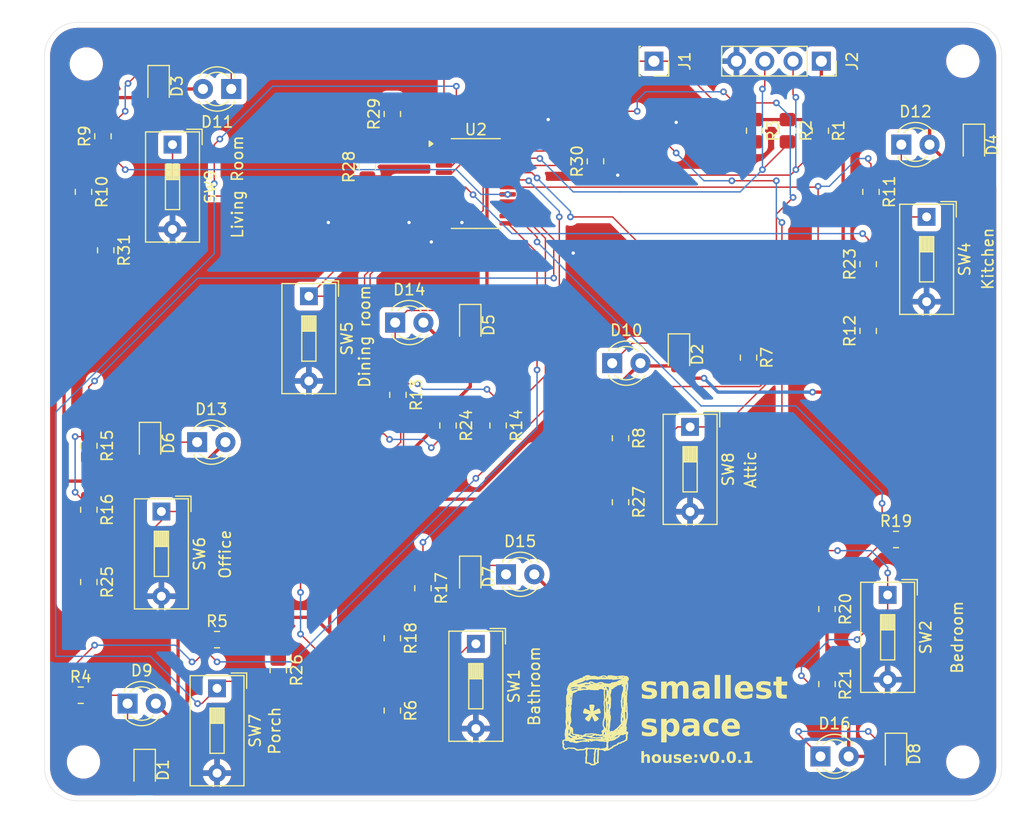
<source format=kicad_pcb>
(kicad_pcb (version 20240108) (generator "pcbnew") (generator_version "8.0")
  (layers (0 "F.Cu" signal "Front") (1 "In1.Cu" signal) (2 "In2.Cu" signal) (31 "B.Cu" signal "Back") (34 "B.Paste" user) (35 "F.Paste" user) (36 "B.SilkS" user "B.Silkscreen") (37 "F.SilkS" user "F.Silkscreen") (38 "B.Mask" user) (39 "F.Mask" user) (44 "Edge.Cuts" user))
  (net 0 "")
  (net 1 "/INT")
  (net 2 "/SCL")
  (net 3 "+3.3V")
  (net 4 "/SDA")
  (net 5 "GND")
  (net 6 "Net-(U2-P00)")
  (net 7 "Net-(D10-K)")
  (net 8 "Net-(U2-P03)")
  (net 9 "Net-(U2-P11)")
  (net 10 "Net-(D11-K)")
  (net 11 "Net-(U2-P02)")
  (net 12 "Net-(D12-K)")
  (net 13 "Net-(U2-P05)")
  (net 14 "Net-(U2-P04)")
  (net 15 "Net-(D1-K)")
  (net 16 "Net-(U2-P01)")
  (net 17 "Net-(U2-P07)")
  (net 18 "Net-(D14-K)")
  (net 19 "Net-(U2-P06)")
  (net 20 "Net-(U2-P10)")
  (net 21 "Net-(D13-K)")
  (net 22 "Net-(U2-P13)")
  (net 23 "Net-(U2-P12)")
  (net 24 "Net-(D15-K)")
  (net 25 "Net-(U2-P15)")
  (net 26 "Net-(U2-P14)")
  (net 27 "Net-(U2-P17)")
  (net 28 "Net-(D16-K)")
  (net 29 "Net-(U2-P16)")
  (net 30 "Net-(U2-A2)")
  (net 31 "Net-(U2-A1)")
  (net 32 "Net-(U2-A0)")
  (footprint "LED_SMD:LED_0805_2012Metric_Pad1.15x1.40mm_HandSolder" (layer "F.Cu") (at 71.75 63.25 -90)
    (property "Reference" "D3")
    (property "Value" "Living Room")
  )
  (footprint "Resistor_SMD:R_0805_2012Metric_Pad1.20x1.40mm_HandSolder" (layer "F.Cu") (at 111 70 90)
    (property "Reference" "R30")
    (property "Value" "10KΩ")
  )
  (footprint "Button_Switch_THT:SW_DIP_SPSTx01_Slide_9.78x4.72mm_W7.62mm_P2.54mm" (layer "F.Cu") (at 140.75 75 -90)
    (property "Reference" "SW4")
    (property "Value" "Kitchen")
  )
  (footprint "Resistor_SMD:R_0805_2012Metric_Pad1.20x1.40mm_HandSolder" (layer "F.Cu") (at 90.5 70.5 90)
    (property "Reference" "R28")
    (property "Value" "10KΩ")
  )
  (footprint "Button_Switch_THT:SW_DIP_SPSTx01_Slide_9.78x4.72mm_W7.62mm_P2.54mm" (layer "F.Cu") (at 77 117.38 -90)
    (property "Reference" "SW7")
    (property "Value" "Porch")
  )
  (footprint "Resistor_SMD:R_0805_2012Metric_Pad1.20x1.40mm_HandSolder" (layer "F.Cu") (at 92.75 65.75 90)
    (property "Reference" "R29")
    (property "Value" "10KΩ")
  )
  (footprint "smallest-space-graphics-footprint:smallest_space_1" (layer "F.Cu") (at 111 120.25)
    (property "Reference" "G***" (hide yes))
    (property "Value" "LOGO" (hide yes))
  )
  (footprint "Resistor_SMD:R_0805_2012Metric_Pad1.20x1.40mm_HandSolder" (layer "F.Cu") (at 102.25 93.75 -90)
    (property "Reference" "R14")
    (property "Value" "100KΩ")
  )
  (footprint "LED_THT:LED_D3.0mm" (layer "F.Cu") (at 75.21 95.25)
    (property "Reference" "D13")
    (property "Value" "LED")
  )
  (footprint "Resistor_SMD:R_0805_2012Metric_Pad1.20x1.40mm_HandSolder" (layer "F.Cu") (at 131.8 117 -90)
    (property "Reference" "R21")
    (property "Value" "100KΩ")
  )
  (footprint "Connector_PinSocket_2.54mm:PinSocket_1x04_P2.54mm_Vertical" (layer "F.Cu") (at 131.29 61 -90)
    (property "Reference" "J2")
    (property "Value" "Conn_01x04")
  )
  (footprint "LED_SMD:LED_0805_2012Metric_Pad1.15x1.40mm_HandSolder" (layer "F.Cu") (at 99.75 107.355 -90)
    (property "Reference" "D7")
    (property "Value" "Bathroom")
  )
  (footprint "Button_Switch_THT:SW_DIP_SPSTx01_Slide_9.78x4.72mm_W7.62mm_P2.54mm" (layer "F.Cu") (at 137.25 108.9825 -90)
    (property "Reference" "SW2")
    (property "Value" "Bedroom")
  )
  (footprint "Resistor_SMD:R_0805_2012Metric_Pad1.20x1.40mm_HandSolder" (layer "F.Cu") (at 65.48 107.8275 -90)
    (property "Reference" "R25")
    (property "Value" "100KΩ")
  )
  (footprint "Resistor_SMD:R_0805_2012Metric_Pad1.20x1.40mm_HandSolder" (layer "F.Cu") (at 92.75 112.88 -90)
    (property "Reference" "R18")
    (property "Value" "100KΩ")
  )
  (footprint "LED_THT:LED_D3.0mm" (layer "F.Cu") (at 68.96 118.75)
    (property "Reference" "D9")
    (property "Value" "LED")
  )
  (footprint "Button_Switch_THT:SW_DIP_SPSTx01_Slide_9.78x4.72mm_W7.62mm_P2.54mm" (layer "F.Cu") (at 85.25 82.13 -90)
    (property "Reference" "SW5")
    (property "Value" "Dining room")
  )
  (footprint "Resistor_SMD:R_0805_2012Metric_Pad1.20x1.40mm_HandSolder" (layer "F.Cu") (at 131.2 67.25 -90)
    (property "Reference" "R1")
    (property "Value" "10KΩ")
  )
  (footprint "MountingHole:MountingHole_2.5mm" (layer "F.Cu") (at 144 61 -90)
    (property "Reference" "H2" (hide yes))
    (property "Value" "MountingHole")
  )
  (footprint "Resistor_SMD:R_0805_2012Metric_Pad1.20x1.40mm_HandSolder" (layer "F.Cu") (at 113.25 100.6475 -90)
    (property "Reference" "R27")
    (property "Value" "100KΩ")
  )
  (footprint "Resistor_SMD:R_0805_2012Metric_Pad1.20x1.40mm_HandSolder" (layer "F.Cu") (at 131.8 110.25 -90)
    (property "Reference" "R20")
    (property "Value" "100KΩ")
  )
  (footprint "Resistor_SMD:R_0805_2012Metric_Pad1.20x1.40mm_HandSolder" (layer "F.Cu") (at 92.75 119.38 -90)
    (property "Reference" "R6")
    (property "Value" "100KΩ")
  )
  (footprint "LED_SMD:LED_0805_2012Metric_Pad1.15x1.40mm_HandSolder" (layer "F.Cu") (at 99.75 84.725 -90)
    (property "Reference" "D5")
    (property "Value" "Dining Room")
  )
  (footprint "Resistor_SMD:R_0805_2012Metric_Pad1.20x1.40mm_HandSolder" (layer "F.Cu") (at 64.75 118)
    (property "Reference" "R4")
    (property "Value" "100Ω")
  )
  (footprint "LED_THT:LED_D3.0mm" (layer "F.Cu") (at 102.96 107.13)
    (property "Reference" "D15")
    (property "Value" "LED")
  )
  (footprint "Resistor_SMD:R_0805_2012Metric_Pad1.20x1.40mm_HandSolder" (layer "F.Cu") (at 65.48 101.3275 -90)
    (property "Reference" "R16")
    (property "Value" "100KΩ")
  )
  (footprint "Resistor_SMD:R_0805_2012Metric_Pad1.20x1.40mm_HandSolder" (layer "F.Cu") (at 128.25 67.25 -90)
    (property "Reference" "R2")
    (property "Value" "10KΩ")
  )
  (footprint "Resistor_SMD:R_0805_2012Metric_Pad1.20x1.40mm_HandSolder" (layer "F.Cu") (at 135.5 85.25 90)
    (property "Reference" "R12")
    (property "Value" "100KΩ")
  )
  (footprint "Resistor_SMD:R_0805_2012Metric_Pad1.20x1.40mm_HandSolder" (layer "F.Cu") (at 138 104)
    (property "Reference" "R19")
    (property "Value" "100Ω")
  )
  (footprint "Button_Switch_THT:SW_DIP_SPSTx01_Slide_9.78x4.72mm_W7.62mm_P2.54mm" (layer "F.Cu") (at 72 101.4825 -90)
    (property "Reference" "SW6")
    (property "Value" "Office")
  )
  (footprint "Resistor_SMD:R_0805_2012Metric_Pad1.20x1.40mm_HandSolder" (layer "F.Cu") (at 65 72.75 -90)
    (property "Reference" "R10")
    (property "Value" "100KΩ")
  )
  (footprint "Package_SO:TSSOP-24_4.4x7.8mm_P0.65mm" (layer "F.Cu") (at 100.25 72)
    (property "Reference" "U2")
    (property "Value" "TCA9535PWR")
  )
  (footprint "MountingHole:MountingHole_2.5mm" (layer "F.Cu") (at 65 124 -90)
    (property "Reference" "H4" (hide yes))
    (property "Value" "MountingHole")
  )
  (footprint "Resistor_SMD:R_0805_2012Metric_Pad1.20x1.40mm_HandSolder" (layer "F.Cu") (at 95.5 108.38 -90)
    (property "Reference" "R17")
    (property "Value" "100Ω")
  )
  (footprint "MountingHole:MountingHole_2.5mm" (layer "F.Cu") (at 144 124 -90)
    (property "Reference" "H3" (hide yes))
    (property "Value" "MountingHole")
  )
  (footprint "Resistor_SMD:R_0805_2012Metric_Pad1.20x1.40mm_HandSolder" (layer "F.Cu") (at 97.75 93.75 -90)
    (property "Reference" "R24")
    (property "Value" "100KΩ")
  )
  (footprint "Resistor_SMD:R_0805_2012Metric_Pad1.20x1.40mm_HandSolder" (layer "F.Cu") (at 113.25 94.8975 -90)
    (property "Reference" "R8")
    (property "Value" "100KΩ")
  )
  (footprint "LED_THT:LED_D3.0mm" (layer "F.Cu") (at 112.5 88.1475)
    (property "Reference" "D10")
    (property "Value" "LED")
  )
  (footprint "LED_THT:LED_D3.0mm" (layer "F.Cu") (at 93 84.5)
    (property "Reference" "D14")
    (property "Value" "LED")
  )
  (footprint "Resistor_SMD:R_0805_2012Metric_Pad1.20x1.40mm_HandSolder" (layer "F.Cu") (at 93.25 91 -90)
    (property "Reference" "R13")
    (property "Value" "100Ω")
  )
  (footprint "LED_SMD:LED_0805_2012Metric_Pad1.15x1.40mm_HandSolder" (layer "F.Cu") (at 145 68.525 -90)
    (property "Reference" "D4")
    (property "Value" "Kitchen")
  )
  (footprint "Resistor_SMD:R_0805_2012Metric_Pad1.20x1.40mm_HandSolder" (layer "F.Cu") (at 124.75 87.6475 -90)
    (property "Reference" "R7")
    (property "Value" "100Ω")
  )
  (footprint "LED_SMD:LED_0805_2012Metric_Pad1.15x1.40mm_HandSolder" (layer "F.Cu") (at 70.5 124.725 -90)
    (property "Reference" "D1")
    (property "Value" "Porch")
  )
  (footprint "Resistor_SMD:R_0805_2012Metric_Pad1.20x1.40mm_HandSolder" (layer "F.Cu") (at 77 113)
    (property "Reference" "R5")
    (property "Value" "100KΩ")
  )
  (footprint "Resistor_SMD:R_0805_2012Metric_Pad1.20x1.40mm_HandSolder" (layer "F.Cu") (at 82.5 115.75 -90)
    (property "Reference" "R26")
    (property "Value" "100KΩ")
  )
  (footprint "Resistor_SMD:R_0805_2012Metric_Pad1.20x1.40mm_HandSolder" (layer "F.Cu") (at 125.3 67.25 -90)
    (property "Reference" "R3")
    (property "Value" "10KΩ")
  )
  (footprint "Button_Switch_THT:SW_DIP_SPSTx01_Slide_9.78x4.72mm_W7.62mm_P2.54mm" (layer "F.Cu") (at 119.5 93.88 -90)
    (property "Reference" "SW8")
    (property "Value" "Attic")
  )
  (footprint "Resistor_SMD:R_0805_2012Metric_Pad1.20x1.40mm_HandSolder" (layer "F.Cu") (at 65.48 95.5775 -90)
    (property "Reference" "R15")
    (property "Value" "100Ω")
  )
  (footprint "LED_SMD:LED_0805_2012Metric_Pad1.15x1.40mm_HandSolder" (layer "F.Cu") (at 118.5 87.3725 -90)
    (property "Reference" "D2")
    (property "Value" "Attic")
  )
  (footprint "LED_THT:LED_D3.0mm" (layer "F.Cu") (at 78.275 63.5 180)
    (property "Reference" "D11")
    (property "Value" "LED")
  )
  (footprint "LED_SMD:LED_0805_2012Metric_Pad1.15x1.40mm_HandSolder" (layer "F.Cu") (at 70.98 95.3275 -90)
    (property "Reference" "D6")
    (property "Value" "Office")
  )
  (footprint "MountingHole:MountingHole_2.5mm" (layer "F.Cu") (at 65.25 61.25 -90)
    (property "Reference" "H1" (hide yes))
    (property "Value" "MountingHole")
  )
  (footprint "Connector_PinSocket_2.54mm:PinSocket_1x01_P2.54mm_Vertical" (layer "F.Cu") (at 116.25 61 -90)
    (property "Reference" "J1")
    (property "Value" "Conn_01x01")
  )
  (footprint "LED_THT:LED_D3.0mm" (layer "F.Cu") (at 131.21 123.5)
    (property "Reference" "D16")
    (property "Value" "LED")
  )
  (footprint "Resistor_SMD:R_0805_2012Metric_Pad1.20x1.40mm_HandSolder" (layer "F.Cu") (at 135.5 79.25 90)
    (property "Reference" "R23")
    (property "Value" "100KΩ")
  )
  (footprint "Resistor_SMD:R_0805_2012Metric_Pad1.20x1.40mm_HandSolder" (layer "F.Cu") (at 66.75 67.75 90)
    (property "Reference" "R9")
    (property "Value" "100Ω")
  )
  (footprint "LED_SMD:LED_0805_2012Metric_Pad1.15x1.40mm_HandSolder" (layer "F.Cu") (at 138 123.275 -90)
    (property "Reference" "D8")
    (property "Value" "Bedroom")
  )
  (footprint "LED_THT:LED_D3.0mm" (layer "F.Cu") (at 138.475 68.5)
    (property "Reference" "D12")
    (property "Value" "LED")
  )
  (footprint "Resistor_SMD:R_0805_2012Metric_Pad1.20x1.40mm_HandSolder" (layer "F.Cu") (at 67 78 -90)
    (property "Reference" "R31")
    (property "Value" "100KΩ")
  )
  (footprint "Button_Switch_THT:SW_DIP_SPSTx01_Slide_9.78x4.72mm_W7.62mm_P2.54mm" (layer "F.Cu") (at 100.25 113.38 -90)
    (property "Reference" "SW1")
    (property "Value" "Bathroom")
  )
  (footprint "Button_Switch_THT:SW_DIP_SPSTx01_Slide_9.78x4.72mm_W7.62mm_P2.54mm" (layer "F.Cu") (at 73 68.5 -90)
    (property "Reference" "SW9")
    (property "Value" "Living Room")
  )
  (footprint "Resistor_SMD:R_0805_2012Metric_Pad1.20x1.40mm_HandSolder" (layer "F.Cu") (at 135.75 72.75 -90)
    (property "Reference" "R11")
    (property "Value" "100Ω")
  )
  (gr_arc (start 144.5 57.5) (mid 146.62132 58.37868) (end 147.5 60.5) (stroke (width 0.0381)) (layer "Edge.Cuts"))
  (gr_line (start 147.5 60.5) (end 147.5 124.5) (stroke (width 0.0381)) (layer "Edge.Cuts"))
  (gr_line (start 61.5 124.5) (end 61.5 60.5) (stroke (width 0.0381)) (layer "Edge.Cuts"))
  (gr_arc (start 61.5 60.5) (mid 62.37868 58.37868) (end 64.5 57.5) (stroke (width 0.0381)) (layer "Edge.Cuts"))
  (gr_arc (start 147.5 124.5) (mid 146.62132 126.62132) (end 144.5 127.5) (stroke (width 0.0381)) (layer "Edge.Cuts"))
  (gr_line (start 144.5 127.5) (end 64.5 127.5) (stroke (width 0.0381)) (layer "Edge.Cuts"))
  (gr_line (start 64.5 57.5) (end 144.5 57.5) (stroke (width 0.0381)) (layer "Edge.Cuts"))
  (gr_arc (start 64.5 127.5) (mid 62.37868 126.62132) (end 61.5 124.5) (stroke (width 0.0381)) (layer "Edge.Cuts"))
  (gr_text "smallest\nspace" (at 115 122 0) (layer "F.SilkS") (effects (font (size 2 2) (thickness 0.3048) (bold yes)) (justify left bottom)))
  (gr_text "house:v0.0.1" (at 115 124.25 0) (layer "F.SilkS") (effects (font (size 1 1) (thickness 0.175) (bold yes)) (justify left bottom)))
  (segment (start 116.25 61) (end 118.05 61) (width 0.127) (layer "F.Cu") (net 1))
  (segment (start 97.3875 62.1125) (end 97.3875 68.425) (width 0.127) (layer "F.Cu") (net 1))
  (segment (start 97.5 62) (end 97.3875 62.1125) (width 0.127) (layer "F.Cu") (net 1))
  (segment (start 98 61) (end 97.5 61.5) (width 0.127) (layer "F.Cu") (net 1))
  (segment (start 116.25 61) (end 98 61) (width 0.127) (layer "F.Cu") (net 1))
  (segment (start 97.5 61.5) (end 97.5 62) (width 0.127) (layer "F.Cu") (net 1))
  (segment (start 118.05 61) (end 125.3 68.25) (width 0.127) (layer "F.Cu") (net 1))
  (segment (start 106 69.75) (end 105.975 69.725) (width 0.127) (layer "F.Cu") (net 2))
  (segment (start 128.25 68.5) (end 128.25 68.25) (width 0.127) (layer "F.Cu") (net 2))
  (segment (start 126.21 61) (end 126.21 63.29) (width 0.127) (layer "F.Cu") (net 2))
  (segment (start 126 70.75) (end 128.25 68.5) (width 0.127) (layer "F.Cu") (net 2))
  (segment (start 105.975 69.725) (end 103.1125 69.725) (width 0.127) (layer "F.Cu") (net 2))
  (segment (start 126.21 63.29) (end 126 63.5) (width 0.127) (layer "F.Cu") (net 2))
  (via (at 126 63.5) (size 0.6) (drill 0.3) (layers "F.Cu" "B.Cu") (net 2))
  (via (at 106 69.75) (size 0.6) (drill 0.3) (layers "F.Cu" "B.Cu") (net 2))
  (via (at 126 70.75) (size 0.6) (drill 0.3) (layers "F.Cu" "B.Cu") (net 2))
  (segment (start 109 72.75) (end 106 69.75) (width 0.127) (layer "B.Cu") (net 2))
  (segment (start 113.25 72.75) (end 109 72.75) (width 0.127) (layer "B.Cu") (net 2))
  (segment (start 126 70.75) (end 124 72.75) (width 0.127) (layer "B.Cu") (net 2))
  (segment (start 124 72.75) (end 113.25 72.75) (width 0.127) (layer "B.Cu") (net 2))
  (segment (start 126 63.5) (end 126 70.75) (width 0.127) (layer "B.Cu") (net 2))
  (segment (start 101.25 84.25) (end 99.75 85.75) (width 0.3) (layer "F.Cu") (net 3))
  (segment (start 131.8 113.5) (end 131.8 116) (width 0.3) (layer "F.Cu") (net 3))
  (segment (start 82.25 111) (end 85.75 111) (width 0.3) (layer "F.Cu") (net 3))
  (segment (start 133.75 123.5) (end 137.2 123.5) (width 0.3) (layer "F.Cu") (net 3))
  (segment (start 66.725 64.275) (end 63.25 67.75) (width 0.3) (layer "F.Cu") (net 3))
  (segment (start 99.75 111.25) (end 99 110.5) (width 0.3) (layer "F.Cu") (net 3))
  (segment (start 131.8 111.25) (end 131.8 113.5) (width 0.3) (layer "F.Cu") (net 3))
  (segment (start 136.477 85.227) (end 136.477 86.825218) (width 0.3) (layer "F.Cu") (net 3))
  (segment (start 63.3275 106.8275) (end 65.48 106.8275) (width 0.3) (layer "F.Cu") (net 3))
  (segment (start 85.75 111) (end 87.125 112.375) (width 0.3) (layer "F.Cu") (net 3))
  (segment (start 63.25 73.75) (end 63.25 98.75) (width 0.3) (layer "F.Cu") (net 3))
  (segment (start 87.125 103.375) (end 90.125 100.375) (width 0.3) (layer "F.Cu") (net 3))
  (segment (start 102.25 94.75) (end 99.75 94.75) (width 0.3) (layer "F.Cu") (net 3))
  (segment (start 141.015 68.5) (end 142.065 69.55) (width 0.3) (layer "F.Cu") (net 3))
  (segment (start 131.29 66.16) (end 131.2 66.25) (width 0.3) (layer "F.Cu") (net 3))
  (segment (start 87.125 112.375) (end 90.5 115.75) (width 0.3) (layer "F.Cu") (net 3))
  (segment (start 99 110.5) (end 99.75 109.75) (width 0.3) (layer "F.Cu") (net 3))
  (segment (start 73.5 111) (end 78 111) (width 0.3) (layer "F.Cu") (net 3))
  (segment (start 100.875 100.375) (end 90.125 100.375) (width 0.3) (layer "F.Cu") (net 3))
  (segment (start 99.75 90.25) (end 99.75 85.75) (width 0.3) (layer "F.Cu") (net 3))
  (segment (start 64.5 111) (end 73.5 111) (width 0.3) (layer "F.Cu") (net 3))
  (segment (start 63.25 102.25) (end 63.25 106.75) (width 0.3) (layer "F.Cu") (net 3))
  (segment (start 97.75 92.25) (end 99.75 90.25) (width 0.3) (layer "F.Cu") (net 3))
  (segment (start 65 75) (end 67 77) (width 0.3) (layer "F.Cu") (net 3))
  (segment (start 99.75 109.75) (end 99.75 108.38) (width 0.3) (layer "F.Cu") (net 3))
  (segment (start 141.015 64.515) (end 141.015 68.5) (width 0.3) (layer "F.Cu") (net 3))
  (segment (start 72.525 63.5) (end 71.75 64.275) (width 0.3) (layer "F.Cu") (net 3))
  (segment (start 63.25 102.25) (end 63.3275 102.3275) (width 0.3) (layer "F.Cu") (net 3))
  (segment (start 97.75 92.75) (end 97.75 92.25) (width 0.3) (layer "F.Cu") (net 3))
  (segment (start 63.25 73.75) (end 65 73.75) (width 0.3) (layer "F.Cu") (net 3))
  (segment (start 131.29 61) (end 131.29 64) (width 0.3) (layer "F.Cu") (net 3))
  (segment (start 99.75 94.75) (end 97.75 92.75) (width 0.3) (layer "F.Cu") (net 3))
  (segment (start 131.8 111.25) (end 107.25 111.25) (width 0.3) (layer "F.Cu") (net 3))
  (segment (start 82.25 111) (end 82.5 111.25) (width 0.3) (layer "F.Cu") (net 3))
  (segment (start 71.75 64.275) (end 66.725 64.275) (width 0.3) (layer "F.Cu") (net 3))
  (segment (start 118.5 88.3975) (end 115.29 88.3975) (width 0.3) (layer "F.Cu") (net 3))
  (segment (start 142.065 69.55) (end 145 69.55) (width 0.3) (layer "F.Cu") (net 3))
  (segment (start 78 111) (end 82.25 111) (width 0.3) (layer "F.Cu") (net 3))
  (segment (start 107.25 108.88) (end 107.25 111.25) (width 0.3) (layer "F.Cu") (net 3))
  (segment (start 115.29 88.3975) (end 115.04 88.1475) (width 0.3) (layer "F.Cu") (net 3))
  (segment (start 107.25 111.25) (end 99.75 111.25) (width 0.3) (layer "F.Cu") (net 3))
  (segment (start 96.79 85.75) (end 95.54 84.5) (width 0.3) (layer "F.Cu") (net 3))
  (segment (start 65 73.75) (end 65 75) (width 0.3) (layer "F.Cu") (net 3))
  (segment (start 133.75 115.45) (end 133.75 123.5) (width 0.3) (layer "F.Cu") (net 3))
  (segment (start 131.29 64) (end 133.25 64) (width 0.3) (layer "F.Cu") (net 3))
  (segment (start 63.25 109.75) (end 64.5 111) (width 0.3) (layer "F.Cu") (net 3))
  (segment (start 78 111) (end 78 113) (width 0.3) (layer "F.Cu") (net 3))
  (segment (start 120.75 89.5) (end 119.6025 89.5) (width 0.3) (layer "F.Cu") (net 3))
  (segment (start 73.5 111) (end 73.5 120.75) (width 0.3) (layer "F.Cu") (net 3))
  (segment (start 132.552218 90.75) (end 130.5 90.75) (width 0.3) (layer "F.Cu") (net 3))
  (segment (start 113.25 99.6475) (end 104.6475 99.6475) (width 0.3) (layer "F.Cu") (net 3))
  (segment (start 73.5 122.75) (end 70.5 125.75) (width 0.3) (layer "F.Cu") (net 3))
  (segment (start 105.3525 95.8975) (end 103.125 98.125) (width 0.3) (layer "F.Cu") (net 3))
  (segment (start 115.04 88.1475) (end 110.25 92.9375) (width 0.3) (layer "F.Cu") (net 3))
  (segment (start 136.477 86.825218) (end 132.552218 90.75) (width 0.3) (layer "F.Cu") (net 3))
  (segment (start 133.25 64) (end 133.25 78) (width 0.3) (layer "F.Cu") (net 3))
  (segment (start 71 98) (end 70.98 97.98) (width 0.3) (layer "F.Cu") (net 3))
  (segment (start 104.6475 99.6475) (end 103.125 98.125) (width 0.3) (layer "F.Cu") (net 3))
  (segment (start 63.3275 102.3275) (end 65.48 102.3275) (width 0.3) (layer "F.Cu") (net 3))
  (segment (start 63.25 106.75) (end 63.25 109.75) (width 0.3) (layer "F.Cu") (net 3))
  (segment (start 82.5 111.25) (end 82.5 114.75) (width 0.3) (layer "F.Cu") (net 3))
  (segment (start 110.25 95.8975) (end 105.3525 95.8975) (width 0.3) (layer "F.Cu") (net 3))
  (segment (start 103.125 98.125) (end 100.875 100.375) (width 0.3) (layer "F.Cu") (net 3))
  (segment (start 63.25 98.75) (end 66.75 98.75) (width 0.3) (layer "F.Cu") (net 3))
  (segment (start 110.25 92.9375) (end 110.25 95.8975) (width 0.3) (layer "F.Cu") (net 3))
  (segment (start 135.5 80.25) (end 135.5 84.25) (width 0.3) (layer "F.Cu") (net 3))
  (segment (start 92.75 113.88) (end 92.75 118.38) (width 0.3) (layer "F.Cu") (net 3))
  (segment (start 131.2 66.25) (end 125.3 66.25) (width 0.3) (layer "F.Cu") (net 3))
  (segment (start 113.25 95.8975) (end 110.25 95.8975) (width 0.3) (layer "F.Cu") (net 3))
  (segment (start 137.2 123.5) (end 138 124.3) (width 0.3) (layer "F.Cu") (net 3))
  (segment (start 102.375001 68.425) (end 101.25 69.550001) (width 0.3) (layer "F.Cu") (net 3))
  (segment (start 71.5 118.75) (end 73.5 120.75) (width 0.3) (layer "F.Cu") (net 3))
  (segment (start 66.75 98.75) (end 69.1475 96.3525) (width 0.3) (layer "F.Cu") (net 3))
  (segment (start 75 98) (end 71 98) (width 0.3) (layer "F.Cu") (net 3))
  (segment (start 133.25 64) (end 141 64) (width 0.3) (layer "F.Cu") (net 3))
  (segment (start 63.25 67.75) (end 63.25 73.75) (width 0.3) (layer "F.Cu") (net 3))
  (segment (start 87.125 112.375) (end 87.125 103.375) (width 0.3) (layer "F.Cu") (net 3))
  (segment (start 90.125 100.375) (end 97.75 92.75) (width 0.3) (layer "F.Cu") (net 3))
  (segment (start 93.75 115.75) (end 99 110.5) (width 0.3) (layer "F.Cu") (net 3))
  (segment (start 135.5 84.25) (end 136.477 85.227) (width 0.3) (layer "F.Cu") (net 3))
  (segment (start 73.5 120.75) (end 73.5 122.75) (width 0.3) (layer "F.Cu") (net 3))
  (segment (start 103.1125 68.425) (end 102.375001 68.425) (width 0.3) (layer "F.Cu") (net 3))
  (segment (start 90.5 115.75) (end 93.75 115.75) (width 0.3) (layer "F.Cu") (net 3))
  (segment (start 63.25 106.75) (end 63.3275 106.8275) (width 0.3) (layer "F.Cu") (net 3))
  (segment (start 69.1475 96.3525) (end 70.98 96.3525) (width 0.3) (layer "F.Cu") (net 3))
  (segment (start 131.29 64) (end 131.29 66.16) (width 0.3) (layer "F.Cu") (net 3))
  (segment (start 99.75 85.75) (end 96.79 85.75) (width 0.3) (layer "F.Cu") (net 3))
  (segment (start 101.25 69.550001) (end 101.25 84.25) (width 0.3) (layer "F.Cu") (net 3))
  (segment (start 141 64.5) (end 141.015 64.515) (width 0.3) (layer "F.Cu") (net 3))
  (segment (start 105.5 107.13) (end 107.25 108.88) (width 0.3) (layer "F.Cu") (net 3))
  (segment (start 133.25 78) (end 135.5 80.25) (width 0.3) (layer "F.Cu") (net 3))
  (segment (start 63.25 98.75) (end 63.25 102.25) (width 0.3) (layer "F.Cu") (net 3))
  (segment (start 131.8 113.5) (end 133.75 115.45) (width 0.3) (layer "F.Cu") (net 3))
  (segment (start 75.735 63.5) (end 72.525 63.5) (width 0.3) (layer "F.Cu") (net 3))
  (segment (start 119.6025 89.5) (end 118.5 88.3975) (width 0.3) (layer "F.Cu") (net 3))
  (segment (start 77.75 95.25) (end 75 98) (width 0.3) (layer "F.Cu") (net 3))
  (segment (start 141 64) (end 141 64.5) (width 0.3) (layer "F.Cu") (net 3))
  (segment (start 70.98 97.98) (end 70.98 96.3525) (width 0.3) (layer "F.Cu") (net 3))
  (via (at 120.75 89.5) (size 0.6) (drill 0.3) (layers "F.Cu" "B.Cu") (net 3))
  (via (at 130.5 90.75) (size 0.6) (drill 0.3) (layers "F.Cu" "B.Cu") (net 3))
  (segment (start 130.5 90.75) (end 122 90.75) (width 0.3) (layer "B.Cu") (net 3))
  (segment (start 122 90.75) (end 120.75 89.5) (width 0.3) (layer "B.Cu") (net 3))
  (segment (start 114.7405 71.2405) (end 113 69.5) (width 0.127) (layer "F.Cu") (net 4))
  (segment (start 128.75 64) (end 129 64.25) (width 0.127) (layer "F.Cu") (net 4))
  (segment (start 109.25 67.5) (end 107.675 69.075) (width 0.127) (layer "F.Cu") (net 4))
  (segment (start 113 69.5) (end 113 68.5) (width 0.127) (layer "F.Cu") (net 4))
  (segment (start 107.675 69.075) (end 103.1125 69.075) (width 0.127) (layer "F.Cu") (net 4))
  (segment (start 128.75 61) (end 128.75 64) (width 0.127) (layer "F.Cu") (net 4))
  (segment (start 129 70.75) (end 128.5095 71.2405) (width 0.127) (layer "F.Cu") (net 4))
  (segment (start 113 68.5) (end 112 67.5) (width 0.127) (layer "F.Cu") (net 4))
  (segment (start 112 67.5) (end 109.25 67.5) (width 0.127) (layer "F.Cu") (net 4))
  (segment (start 129 70.75) (end 131.2 68.55) (width 0.127) (layer "F.Cu") (net 4))
  (segment (start 131.2 68.55) (end 131.2 68.25) (width 0.127) (layer "F.Cu") (net 4))
  (segment (start 128.5095 71.2405) (end 114.7405 71.2405) (width 0.127) (layer "F.Cu") (net 4))
  (via (at 129 70.75) (size 0.6) (drill 0.3) (layers "F.Cu" "B.Cu") (net 4))
  (via (at 129 64.25) (size 0.6) (drill 0.3) (layers "F.Cu" "B.Cu") (net 4))
  (segment (start 129 64.25) (end 129 70.75) (width 0.127) (layer "B.Cu") (net 4))
  (via (at 106.75 66.25) (size 0.6) (drill 0.3) (layers "F.Cu" "B.Cu") (net 5))
  (via (at 113 71.25) (size 0.6) (drill 0.3) (layers "F.Cu" "B.Cu") (net 5))
  (via (at 94.25 75.5) (size 0.6) (drill 0.3) (layers "F.Cu" "B.Cu") (net 5))
  (via (at 118.25 66.5) (size 0.6) (drill 0.3) (layers "F.Cu" "B.Cu") (net 5))
  (via (at 109 78.25) (size 0.6) (drill 0.3) (layers "F.Cu" "B.Cu") (net 5))
  (via (at 99 75.5) (size 0.6) (drill 0.3) (layers "F.Cu" "B.Cu") (net 5))
  (via (at 87 75.5) (size 0.6) (drill 0.3) (layers "F.Cu" "B.Cu") (net 5))
  (via (at 96.25 77.25) (size 0.6) (drill 0.3) (layers "F.Cu" "B.Cu") (net 5))
  (segment (start 75.25 118.75) (end 75.63 118.75) (width 0.127) (layer "F.Cu") (net 6))
  (segment (start 77.25 68) (end 76.75 68.5) (width 0.127) (layer "F.Cu") (net 6))
  (segment (start 77.63 116.75) (end 77 117.38) (width 0.127) (layer "F.Cu") (net 6))
  (segment (start 98.124999 70.375) (end 98.5 69.999999) (width 0.127) (layer "F.Cu") (net 6))
  (segment (start 82.5 116.75) (end 77.63 116.75) (width 0.127) (layer "F.Cu") (net 6))
  (segment (start 75.63 118.75) (end 77 117.38) (width 0.127) (layer "F.Cu") (net 6))
  (segment (start 97.3875 70.375) (end 98.124999 70.375) (width 0.127) (layer "F.Cu") (net 6))
  (segment (start 76.75 68.5) (end 76.75 72) (width 0.127) (layer "F.Cu") (net 6))
  (segment (start 98.5 69.999999) (end 98.5 63.25) (width 0.127) (layer "F.Cu") (net 6))
  (via (at 76.75 72) (size 0.6) (drill 0.3) (layers "F.Cu" "B.Cu") (net 6))
  (via (at 75.25 118.75) (size 0.6) (drill 0.3) (layers "F.Cu" "B.Cu") (net 6))
  (via (at 77.25 68) (size 0.6) (drill 0.3) (layers "F.Cu" "B.Cu") (net 6))
  (via (at 98.5 63.25) (size 0.6) (drill 0.3) (layers "F.Cu" "B.Cu") (net 6))
  (segment (start 71 114.5) (end 75.25 118.75) (width 0.127) (layer "B.Cu") (net 6))
  (segment (start 98.5 63.25) (end 82 63.25) (width 0.127) (layer "B.Cu") (net 6))
  (segment (start 62.5 92.556328) (end 62.5 114.5) (width 0.127) (layer "B.Cu") (net 6))
  (segment (start 82 63.25) (end 77.25 68) (width 0.127) (layer "B.Cu") (net 6))
  (segment (start 76.75 78.306328) (end 62.5 92.556328) (width 0.127) (layer "B.Cu") (net 6))
  (segment (start 62.5 114.5) (end 71 114.5) (width 0.127) (layer "B.Cu") (net 6))
  (segment (start 76.75 72) (end 76.75 78.306328) (width 0.127) (layer "B.Cu") (net 6))
  (segment (start 112.5 88.1475) (end 114.3 86.3475) (width 0.127) (layer "F.Cu") (net 7))
  (segment (start 114.3 86.3475) (end 118.5 86.3475) (width 0.127) (layer "F.Cu") (net 7))
  (segment (start 121.1475 88.6475) (end 124.75 88.6475) (width 0.127) (layer "F.Cu") (net 7))
  (segment (start 118.8475 86.3475) (end 121.1475 88.6475) (width 0.127) (layer "F.Cu") (net 7))
  (segment (start 118.5 86.3475) (end 118.8475 86.3475) (width 0.127) (layer "F.Cu") (net 7))
  (segment (start 99.325 72.325) (end 97.3875 72.325) (width 0.127) (layer "F.Cu") (net 8))
  (segment (start 140.75 75) (end 138.75 75) (width 0.127) (layer "F.Cu") (net 8))
  (segment (start 138.75 75) (end 135.5 78.25) (width 0.127) (layer "F.Cu") (net 8))
  (segment (start 135.5 78.25) (end 135.5 77) (width 0.127) (layer "F.Cu") (net 8))
  (segment (start 135.5 77) (end 135 76.5) (width 0.127) (layer "F.Cu") (net 8))
  (segment (start 100 73) (end 99.325 72.325) (width 0.127) (layer "F.Cu") (net 8))
  (via (at 135 76.5) (size 0.6) (drill 0.3) (layers "F.Cu" "B.Cu") (net 8))
  (via (at 100 73) (size 0.6) (drill 0.3) (layers "F.Cu" "B.Cu") (net 8))
  (segment (start 103.5 76.5) (end 100 73) (width 0.127) (layer "B.Cu") (net 8))
  (segment (start 135 76.5) (end 103.5 76.5) (width 0.127) (layer "B.Cu") (net 8))
  (segment (start 137 101.75) (end 137 104) (width 0.127) (layer "F.Cu") (net 9))
  (segment (start 136.75 101.5) (end 137 101.75) (width 0.127) (layer "F.Cu") (net 9))
  (segment (start 137 104) (end 131.8 109.2) (width 0.127) (layer "F.Cu") (net 9))
  (segment (start 103.849999 74.925) (end 105.75 76.825001) (width 0.127) (layer "F.Cu") (net 9))
  (segment (start 136.75 100.75) (end 136.75 101.5) (width 0.127) (layer "F.Cu") (net 9))
  (segment (start 105.75 76.825001) (end 105.75 77.25) (width 0.127) (layer "F.Cu") (net 9))
  (segment (start 131.8 109.2) (end 131.8 109.25) (width 0.127) (layer "F.Cu") (net 9))
  (segment (start 103.1125 74.925) (end 103.849999 74.925) (width 0.127) (layer "F.Cu") (net 9))
  (via (at 105.75 77.25) (size 0.6) (drill 0.3) (layers "F.Cu" "B.Cu") (net 9))
  (via (at 136.75 100.75) (size 0.6) (drill 0.3) (layers "F.Cu" "B.Cu") (net 9))
  (segment (start 105.75 77.25) (end 120.4905 91.9905) (width 0.127) (layer "B.Cu") (net 9))
  (segment (start 120.4905 91.9905) (end 128.9905 91.9905) (width 0.127) (layer "B.Cu") (net 9))
  (segment (start 136.75 99.75) (end 136.75 100.75) (width 0.127) (layer "B.Cu") (net 9))
  (segment (start 128.9905 91.9905) (end 136.75 99.75) (width 0.127) (layer "B.Cu") (net 9))
  (segment (start 78.275 63.5) (end 78.275 62.025) (width 0.127) (layer "F.Cu") (net 10))
  (segment (start 67.5 66.75) (end 66.75 66.75) (width 0.127) (layer "F.Cu") (net 10))
  (segment (start 78.275 62.025) (end 77 60.75) (width 0.127) (layer "F.Cu") (net 10))
  (segment (start 71.75 62.225) (end 69.775 62.225) (width 0.127) (layer "F.Cu") (net 10))
  (segment (start 77 60.75) (end 73 60.75) (width 0.127) (layer "F.Cu") (net 10))
  (segment (start 68.75 65.5) (end 67.5 66.75) (width 0.127) (layer "F.Cu") (net 10))
  (segment (start 71.75 62) (end 71.75 62.225) (width 0.127) (layer "F.Cu") (net 10))
  (segment (start 69.775 62.225) (end 69 63) (width 0.127) (layer "F.Cu") (net 10))
  (segment (start 73 60.75) (end 71.75 62) (width 0.127) (layer "F.Cu") (net 10))
  (via (at 68.75 65.5) (size 0.6) (drill 0.3) (layers "F.Cu" "B.Cu") (net 10))
  (via (at 69 63) (size 0.6) (drill 0.3) (layers "F.Cu" "B.Cu") (net 10))
  (segment (start 68.75 63.25) (end 68.75 65.5) (width 0.127) (layer "B.Cu") (net 10))
  (segment (start 69 63) (end 68.75 63.25) (width 0.127) (layer "B.Cu") (net 10))
  (segment (start 73 73) (end 73 68.5) (width 0.127) (layer "F.Cu") (net 11))
  (segment (start 97.3875 71.675) (end 93.079888 71.675) (width 0.127) (layer "F.Cu") (net 11))
  (segment (start 91.629888 73.125) (end 72.875 73.125) (width 0.127) (layer "F.Cu") (net 11))
  (segment (start 67 79) (end 72.875 73.125) (width 0.127) (layer "F.Cu") (net 11))
  (segment (start 72.875 73.125) (end 73 73) (width 0.127) (layer "F.Cu") (net 11))
  (segment (start 93.079888 71.675) (end 91.629888 73.125) (width 0.127) (layer "F.Cu") (net 11))
  (segment (start 138.475 71.025) (end 138.475 68.5) (width 0.127) (layer "F.Cu") (net 12))
  (segment (start 145 67.5) (end 146.5 69) (width 0.127) (layer "F.Cu") (net 12))
  (segment (start 146.5 69) (end 146.5 71.75) (width 0.127) (layer "F.Cu") (net 12))
  (segment (start 146.5 71.75) (end 139.2 71.75) (width 0.127) (layer "F.Cu") (net 12))
  (segment (start 139.2 71.75) (end 138.475 71.025) (width 0.127) (layer "F.Cu") (net 12))
  (segment (start 135.75 73.75) (end 138.475 71.025) (width 0.127) (layer "F.Cu") (net 12))
  (segment (start 93.5 94) (end 93.5 95.25) (width 0.127) (layer "F.Cu") (net 13))
  (segment (start 96.8864 73.625) (end 90.25 80.2614) (width 0.127) (layer "F.Cu") (net 13))
  (segment (start 91.25 93.75) (end 93.25 93.75) (width 0.127) (layer "F.Cu") (net 13))
  (segment (start 65.48 108.8275) (end 72 102.3075) (width 0.127) (layer "F.Cu") (net 13))
  (segment (start 97.3875 73.625) (end 96.8864 73.625) (width 0.127) (layer "F.Cu") (net 13))
  (segment (start 90.25 92.75) (end 91.25 93.75) (width 0.127) (layer "F.Cu") (net 13))
  (segment (start 93.25 93.75) (end 93.5 94) (width 0.127) (layer "F.Cu") (net 13))
  (segment (start 93.5 95.25) (end 87.2675 101.4825) (width 0.127) (layer "F.Cu") (net 13))
  (segment (start 72 102.3075) (end 72 101.4825) (width 0.127) (layer "F.Cu") (net 13))
  (segment (start 87.2675 101.4825) (end 72 101.4825) (width 0.127) (layer "F.Cu") (net 13))
  (segment (start 90.25 80.2614) (end 90.25 92.75) (width 0.127) (layer "F.Cu") (net 13))
  (segment (start 96.25 95.75) (end 97.25 94.75) (width 0.127) (layer "F.Cu") (net 14))
  (segment (start 94.405 72.975) (end 97.3875 72.975) (width 0.127) (layer "F.Cu") (net 14))
  (segment (start 89.25 94.5) (end 92 94.5) (width 0.127) (layer "F.Cu") (net 14))
  (segment (start 85.25 82.13) (end 94.405 72.975) (width 0.127) (layer "F.Cu") (net 14))
  (segment (start 85.25 82.13) (end 86.809888 82.13) (width 0.127) (layer "F.Cu") (net 14))
  (segment (start 86.809888 82.13) (end 89.25 84.570112) (width 0.127) (layer "F.Cu") (net 14))
  (segment (start 97.25 94.75) (end 97.75 94.75) (width 0.127) (layer "F.Cu") (net 14))
  (segment (start 89.25 84.570112) (end 89.25 94.5) (width 0.127) (layer "F.Cu") (net 14))
  (segment (start 92 94.5) (end 92.5 95) (width 0.127) (layer "F.Cu") (net 14))
  (via (at 92.5 95) (size 0.6) (drill 0.3) (layers "F.Cu" "B.Cu") (net 14))
  (via (at 96.25 95.75) (size 0.6) (drill 0.3) (layers "F.Cu" "B.Cu") (net 14))
  (segment (start 95.5 95) (end 96.25 95.75) (width 0.127) (layer "B.Cu") (net 14))
  (segment (start 92.5 95) (end 95.5 95) (width 0.127) (layer "B.Cu") (net 14))
  (segment (start 65.75 118) (end 68.21 118) (width 0.127) (layer "F.Cu") (net 15))
  (segment (start 68.21 118) (end 68.96 118.75) (width 0.127) (layer "F.Cu") (net 15))
  (segment (start 68.96 122.16) (end 70.5 123.7) (width 0.127) (layer "F.Cu") (net 15))
  (segment (start 68.96 118.75) (end 68.96 122.16) (width 0.127) (layer "F.Cu") (net 15))
  (segment (start 114.8525 101.6475) (end 113.25 101.6475) (width 0.127) (layer "F.Cu") (net 16))
  (segment (start 119.5 93.88) (end 122.47921 93.88) (width 0.127) (layer "F.Cu") (net 16))
  (segment (start 103.649999 65.5) (end 114.75 65.5) (width 0.127) (layer "F.Cu") (net 16))
  (segment (start 123.5 64.75) (end 122.5 63.75) (width 0.127) (layer "F.Cu") (net 16))
  (segment (start 127.25 64.75) (end 123.5 64.75) (width 0.127) (layer "F.Cu") (net 16))
  (segment (start 97.3875 71.025) (end 98.124999 71.025) (width 0.127) (layer "F.Cu") (net 16))
  (segment (start 127.254 74.746) (end 128.75 73.25) (width 0.127) (layer "F.Cu") (net 16))
  (segment (start 118.37 93.88) (end 116 96.25) (width 0.127) (layer "F.Cu") (net 16))
  (segment (start 98.124999 71.025) (end 103.649999 65.5) (width 0.127) (layer "F.Cu") (net 16))
  (segment (start 122.47921 93.88) (end 127.254 89.10521) (width 0.127) (layer "F.Cu") (net 16))
  (segment (start 116 96.25) (end 116 100.5) (width 0.127) (layer "F.Cu") (net 16))
  (segment (start 127.254 89.10521) (end 127.254 74.746) (width 0.127) (layer "F.Cu") (net 16))
  (segment (start 116 100.5) (end 114.8525 101.6475) (width 0.127) (layer "F.Cu") (net 16))
  (segment (start 119.5 93.88) (end 118.37 93.88) (width 0.127) (layer "F.Cu") (net 16))
  (via (at 128.75 73.25) (size 0.6) (drill 0.3) (layers "F.Cu" "B.Cu") (net 16))
  (via (at 114.75 65.5) (size 0.6) (drill 0.3) (layers "F.Cu" "B.Cu") (net 16))
  (via (at 127.25 64.75) (size 0.6) (drill 0.3) (layers "F.Cu" "B.Cu") (net 16))
  (via (at 122.5 63.75) (size 0.6) (drill 0.3) (layers "F.Cu" "B.Cu") (net 16))
  (segment (start 122.5 63.75) (end 115.5 63.75) (width 0.127) (layer "B.Cu") (net 16))
  (segment (start 114.75 64.5) (end 114.75 65.5) (width 0.127) (layer "B.Cu") (net 16))
  (segment (start 115.5 63.75) (end 114.75 64.5) (width 0.127) (layer "B.Cu") (net 16))
  (segment (start 128.5 73) (end 128.5 66) (width 0.127) (layer "B.Cu") (net 16))
  (segment (start 128.5 66) (end 127.25 64.75) (width 0.127) (layer "B.Cu") (net 16))
  (segment (start 128.75 73.25) (end 128.5 73) (width 0.127) (layer "B.Cu") (net 16))
  (segment (start 97.3875 74.925) (end 100.394 74.925) (width 0.127) (layer "F.Cu") (net 17))
  (segment (start 127.75 75.5) (end 127.75 102) (width 0.127) (layer "F.Cu") (net 17))
  (segment (start 127.75 102) (end 130.75 105) (width 0.127) (layer "F.Cu") (net 17))
  (segment (start 131.25 118) (end 131.8 118) (width 0.127) (layer "F.Cu") (net 17))
  (segment (start 100.394 74.925) (end 100.9095 74.4095) (width 0.127) (layer "F.Cu") (net 17))
  (segment (start 123.25 71.75) (end 127.25 71.75) (width 0.127) (layer "F.Cu") (net 17))
  (segment (start 137.25 107) (end 137.25 108.9825) (width 0.127) (layer "F.Cu") (net 17))
  (segment (start 100.9095 74.4095) (end 100.9095 69.408961) (width 0.127) (layer "F.Cu") (net 17))
  (segment (start 129.5 116.25) (end 131.25 118) (width 0.127) (layer "F.Cu") (net 17))
  (segment (start 137.25 110.25) (end 134.5 113) (width 0.127) (layer "F.Cu") (net 17))
  (segment (start 137.25 108.9825) (end 137.25 110.25) (width 0.127) (layer "F.Cu") (net 17))
  (segment (start 116.246 67.246) (end 118.25 69.25) (width 0.127) (layer "F.Cu") (net 17))
  (segment (start 100.9095 69.408961) (end 103.072461 67.246) (width 0.127) (layer "F.Cu") (net 17))
  (segment (start 103.072461 67.246) (end 116.246 67.246) (width 0.127) (layer "F.Cu") (net 17))
  (segment (start 130.75 105) (end 132.75 105) (width 0.127) (layer "F.Cu") (net 17))
  (via (at 129.5 116.25) (size 0.6) (drill 0.3) (layers "F.Cu" "B.Cu") (net 17))
  (via (at 132.75 105) (size 0.6) (drill 0.3) (layers "F.Cu" "B.Cu") (net 17))
  (via (at 127.75 75.5) (size 0.6) (drill 0.3) (layers "F.Cu" "B.Cu") (net 17))
  (via (at 123.25 71.75) (size 0.6) (drill 0.3) (layers "F.Cu" "B.Cu") (net 17))
  (via (at 137.25 107) (size 0.6) (drill 0.3) (layers "F.Cu" "B.Cu") (net 17))
  (via (at 127.25 71.75) (size 0.6) (drill 0.3) (layers "F.Cu" "B.Cu") (net 17))
  (via (at 134.5 113) (size 0.6) (drill 0.3) (layers "F.Cu" "B.Cu") (net 17))
  (via (at 118.25 69.25) (size 0.6) (drill 0.3) (layers "F.Cu" "B.Cu") (net 17))
  (segment (start 134.5 113) (end 132 113) (width 0.127) (layer "B.Cu") (net 17))
  (segment (start 137.25 106.5) (end 137.25 107) (width 0.127) (layer "B.Cu") (net 17))
  (segment (start 118.25 69.25) (end 120.75 71.75) (width 0.127) (layer "B.Cu") (net 17))
  (segment (start 120.75 71.75) (end 123.25 71.75) (width 0.127) (layer "B.Cu") (net 17))
  (segment (start 127.25 71.75) (end 127.25 75) (width 0.127) (layer "B.Cu") (net 17))
  (segment (start 137 106.25) (end 137.25 106.5) (width 0.127) (layer "B.Cu") (net 17))
  (segment (start 129.5 115.5) (end 129.5 116.25) (width 0.127) (layer "B.Cu") (net 17))
  (segment (start 132 113) (end 129.5 115.5) (width 0.127) (layer "B.Cu") (net 17))
  (segment (start 135.75 105) (end 137 106.25) (width 0.127) (layer "B.Cu") (net 17))
  (segment (start 127.25 75) (end 127.75 75.5) (width 0.127) (layer "B.Cu") (net 17))
  (segment (start 132.75 105) (end 135.75 105) (width 0.127) (layer "B.Cu") (net 17))
  (segment (start 91.25 91.75) (end 91.5 92) (width 0.127) (layer "F.Cu") (net 18))
  (segment (start 94.0905 83.4095) (end 99.4595 83.4095) (width 0.127) (layer "F.Cu") (net 18))
  (segment (start 93 84.5) (end 94.0905 83.4095) (width 0.127) (layer "F.Cu") (net 18))
  (segment (start 91.25 88.5) (end 91.25 91.75) (width 0.127) (layer "F.Cu") (net 18))
  (segment (start 99.4595 83.4095) (end 99.75 83.7) (width 0.127) (layer "F.Cu") (net 18))
  (segment (start 93 86.75) (end 91.25 88.5) (width 0.127) (layer "F.Cu") (net 18))
  (segment (start 91.5 92) (end 93.25 92) (width 0.127) (layer "F.Cu") (net 18))
  (segment (start 93 84.5) (end 93 86.75) (width 0.127) (layer "F.Cu") (net 18))
  (segment (start 97.3875 74.275) (end 96.650001 74.275) (width 0.127) (layer "F.Cu") (net 19))
  (segment (start 84.5 112.5) (end 92.38 120.38) (width 0.127) (layer "F.Cu") (net 19))
  (segment (start 84.5 105) (end 84.5 108.75) (width 0.127) (layer "F.Cu") (net 19))
  (segment (start 92.38 120.38) (end 92.75 120.38) (width 0.127) (layer "F.Cu") (net 19))
  (segment (start 90.75 80.175001) (end 90.75 92.5) (width 0.127) (layer "F.Cu") (net 19))
  (segment (start 93.754 93.89479) (end 93.754 95.746) (width 0.127) (layer "F.Cu") (net 19))
  (segment (start 96.650001 74.275) (end 90.75 80.175001) (width 0.127) (layer "F.Cu") (net 19))
  (segment (start 93.754 95.746) (end 84.5 105) (width 0.127) (layer "F.Cu") (net 19))
  (segment (start 90.75 92.5) (end 91.5 93.25) (width 0.127) (layer "F.Cu") (net 19))
  (segment (start 93.10921 93.25) (end 93.754 93.89479) (width 0.127) (layer "F.Cu") (net 19))
  (segment (start 91.5 93.25) (end 93.10921 93.25) (width 0.127) (layer "F.Cu") (net 19))
  (segment (start 99.75 113.38) (end 92.75 120.38) (width 0.127) (layer "F.Cu") (net 19))
  (segment (start 100.25 113.38) (end 99.75 113.38) (width 0.127) (layer "F.Cu") (net 19))
  (via (at 84.5 112.5) (size 0.6) (drill 0.3) (layers "F.Cu" "B.Cu") (net 19))
  (via (at 84.5 108.75) (size 0.6) (drill 0.3) (layers "F.Cu" "B.Cu") (net 19))
  (segment (start 84.5 108.75) (end 84.5 112.5) (width 0.127) (layer "B.Cu") (net 19))
  (segment (start 95.5 104.25) (end 95.5 107.38) (width 0.127) (layer "F.Cu") (net 20))
  (segment (start 105.75 78.2125) (end 105.75 88.75) (width 0.127) (layer "F.Cu") (net 20))
  (segment (start 103.1125 75.575) (end 105.75 78.2125) (width 0.127) (layer "F.Cu") (net 20))
  (segment (start 92.75 110.13) (end 92.75 111.88) (width 0.127) (layer "F.Cu") (net 20))
  (segment (start 95.5 107.38) (end 92.75 110.13) (width 0.127) (layer "F.Cu") (net 20))
  (via (at 105.75 88.75) (size 0.6) (drill 0.3) (layers "F.Cu" "B.Cu") (net 20))
  (via (at 95.5 104.25) (size 0.6) (drill 0.3) (layers "F.Cu" "B.Cu") (net 20))
  (segment (start 105.75 94) (end 105.75 88.75) (width 0.127) (layer "B.Cu") (net 20))
  (segment (start 95.5 104.25) (end 105.75 94) (width 0.127) (layer "B.Cu") (net 20))
  (segment (start 67.755 94.3025) (end 70.98 94.3025) (width 0.127) (layer "F.Cu") (net 21))
  (segment (start 71.1975 94.3025) (end 72.145 95.25) (width 0.127) (layer "F.Cu") (net 21))
  (segment (start 72.145 95.25) (end 75.21 95.25) (width 0.127) (layer "F.Cu") (net 21))
  (segment (start 65.48 96.5775) (end 67.755 94.3025) (width 0.127) (layer "F.Cu") (net 21))
  (segment (start 70.98 94.3025) (end 71.1975 94.3025) (width 0.127) (layer "F.Cu") (net 21))
  (segment (start 65.48 100.3275) (end 64.8275 100.3275) (width 0.127) (layer "F.Cu") (net 22))
  (segment (start 66 89.75) (end 65.48 90.27) (width 0.127) (layer "F.Cu") (net 22))
  (segment (start 65.48 90.27) (end 65.48 94.5775) (width 0.127) (layer "F.Cu") (net 22))
  (segment (start 107.25 77.025001) (end 107.25 80.5) (width 0.127) (layer "F.Cu") (net 22))
  (segment (start 65.3075 94.75) (end 65.48 94.5775) (width 0.127) (layer "F.Cu") (net 22))
  (segment (start 64.8275 100.3275) (end 64.25 99.75) (width 0.127) (layer "F.Cu") (net 22))
  (segment (start 103.849999 73.625) (end 107.25 77.025001) (width 0.127) (layer "F.Cu") (net 22))
  (segment (start 103.1125 73.625) (end 103.849999 73.625) (width 0.127) (layer "F.Cu") (net 22))
  (segment (start 64.25 94.75) (end 65.3075 94.75) (width 0.127) (layer "F.Cu") (net 22))
  (via (at 64.25 94.75) (size 0.6) (drill 0.3) (layers "F.Cu" "B.Cu") (net 22))
  (via (at 107.25 80.5) (size 0.6) (drill 0.3) (layers "F.Cu" "B.Cu") (net 22))
  (via (at 64.25 99.75) (size 0.6) (drill 0.3) (layers "F.Cu" "B.Cu") (net 22))
  (via (at 66 89.75) (size 0.6) (drill 0.3) (layers "F.Cu" "B.Cu") (net 22))
  (segment (start 64.25 99.75) (end 64.25 94.75) (width 0.127) (layer "B.Cu") (net 22))
  (segment (start 107.25 80.5) (end 75.25 80.5) (width 0.127) (layer "B.Cu") (net 22))
  (segment (start 75.25 80.5) (end 66 89.75) (width 0.127) (layer "B.Cu") (net 22))
  (segment (start 95 90) (end 93.25 90) (width 0.127) (layer "F.Cu") (net 23))
  (segment (start 106.5 76.925001) (end 106.5 89.25) (width 0.127) (layer "F.Cu") (net 23))
  (segment (start 103 92.75) (end 102.25 92.75) (width 0.127) (layer "F.Cu") (net 23))
  (segment (start 103.1125 74.275) (end 103.849999 74.275) (width 0.127) (layer "F.Cu") (net 23))
  (segment (start 103.849999 74.275) (end 106.5 76.925001) (width 0.127) (layer "F.Cu") (net 23))
  (segment (start 106.5 89.25) (end 103 92.75) (width 0.127) (layer "F.Cu") (net 23))
  (segment (start 102.25 91.5) (end 101.25 90.5) (width 0.127) (layer "F.Cu") (net 23))
  (segment (start 102.25 92.75) (end 102.25 91.5) (width 0.127) (layer "F.Cu") (net 23))
  (via (at 101.25 90.5) (size 0.6) (drill 0.3) (layers "F.Cu" "B.Cu") (net 23))
  (via (at 95 90) (size 0.6) (drill 0.3) (layers "F.Cu" "B.Cu") (net 23))
  (segment (start 101.25 90.5) (end 95.5 90.5) (width 0.127) (layer "B.Cu") (net 23))
  (segment (start 95.5 90.5) (end 95 90) (width 0.127) (layer "B.Cu") (net 23))
  (segment (start 99.75 106.33) (end 102.16 106.33) (width 0.127) (layer "F.Cu") (net 24))
  (segment (start 99.67 106.33) (end 96.62 109.38) (width 0.127) (layer "F.Cu") (net 24))
  (segment (start 99.75 106.33) (end 99.67 106.33) (width 0.127) (layer "F.Cu") (net 24))
  (segment (start 96.62 109.38) (end 95.5 109.38) (width 0.127) (layer "F.Cu") (net 24))
  (segment (start 102.16 106.33) (end 102.96 107.13) (width 0.127) (layer "F.Cu") (net 24))
  (segment (start 135.5 69.75) (end 135.5 70) (width 0.127) (layer "F.Cu") (net 25))
  (segment (start 131 81.75) (end 131 72.25) (width 0.127) (layer "F.Cu") (net 25))
  (segment (start 103.1125 72.325) (end 130.925 72.325) (width 0.127) (layer "F.Cu") (net 25))
  (segment (start 135.75 70.25) (end 135.75 71.75) (width 0.127) (layer "F.Cu") (net 25))
  (segment (start 135.5 86.25) (end 131 81.75) (width 0.127) (layer "F.Cu") (net 25))
  (segment (start 135.5 70) (end 135.75 70.25) (width 0.127) (layer "F.Cu") (net 25))
  (segment (start 130.925 72.325) (end 131 72.25) (width 0.127) (layer "F.Cu") (net 25))
  (via (at 135.5 69.75) (size 0.6) (drill 0.3) (layers "F.Cu" "B.Cu") (net 25))
  (via (at 131 72.25) (size 0.6) (drill 0.3) (layers "F.Cu" "B.Cu") (net 25))
  (segment (start 131 72.25) (end 132 72.25) (width 0.127) (layer "B.Cu") (net 25))
  (segment (start 134.5 69.75) (end 135.5 69.75) (width 0.127) (layer "B.Cu") (net 25))
  (segment (start 132 72.25) (end 134.5 69.75) (width 0.127) (layer "B.Cu") (net 25))
  (segment (start 66.75 68.75) (end 66.75 70) (width 0.127) (layer "F.Cu") (net 26))
  (segment (start 66.75 70) (end 65 71.75) (width 0.127) (layer "F.Cu") (net 26))
  (segment (start 66.75 68.75) (end 68.75 70.75) (width 0.127) (layer "F.Cu") (net 26))
  (via (at 103.1125 72.975) (size 0.6) (drill 0.3) (layers "F.Cu" "B.Cu") (net 26))
  (via (at 68.75 70.75) (size 0.6) (drill 0.3) (layers "F.Cu" "B.Cu") (net 26))
  (segment (start 98.5 70.75) (end 100.725 72.975) (width 0.127) (layer "B.Cu") (net 26))
  (segment (start 68.75 70.75) (end 98.5 70.75) (width 0.127) (layer "B.Cu") (net 26))
  (segment (start 100.725 72.975) (end 103.1125 72.975) (width 0.127) (layer "B.Cu") (net 26))
  (segment (start 126.3975 86.6475) (end 127 87.25) (width 0.127) (layer "F.Cu") (net 27))
  (segment (start 105.275 71.025) (end 105.75 71.5) (width 0.127) (layer "F.Cu") (net 27))
  (segment (start 127 87.25) (end 127 89) (width 0.127) (layer "F.Cu") (net 27))
  (segment (start 112.532388 75) (end 124.179888 86.6475) (width 0.127) (layer "F.Cu") (net 27))
  (segment (start 127 89) (end 125.75 90.25) (width 0.127) (layer "F.Cu") (net 27))
  (segment (start 116.8975 90.25) (end 113.25 93.8975) (width 0.127) (layer "F.Cu") (net 27))
  (segment (start 103.1125 71.025) (end 105.275 71.025) (width 0.127) (layer "F.Cu") (net 27))
  (segment (start 108.75 75) (end 112.532388 75) (width 0.127) (layer "F.Cu") (net 27))
  (segment (start 124.75 86.6475) (end 126.3975 86.6475) (width 0.127) (layer "F.Cu") (net 27))
  (segment (start 124.179888 86.6475) (end 124.75 86.6475) (width 0.127) (layer "F.Cu") (net 27))
  (segment (start 125.75 90.25) (end 116.8975 90.25) (width 0.127) (layer "F.Cu") (net 27))
  (via (at 108.75 75) (size 0.6) (drill 0.3) (layers "F.Cu" "B.Cu") (net 27))
  (via (at 105.75 71.5) (size 0.6) (drill 0.3) (layers "F.Cu" "B.Cu") (net 27))
  (segment (start 108.75 74.5) (end 108.75 75) (width 0.127) (layer "B.Cu") (net 27))
  (segment (start 105.75 71.5) (end 108.75 74.5) (width 0.127) (layer "B.Cu") (net 27))
  (segment (start 138 122.25) (end 136.5 122.25) (width 0.127) (layer "F.Cu") (net 28))
  (segment (start 129.25 121.54) (end 131.21 123.5) (width 0.127) (layer "F.Cu") (net 28))
  (segment (start 139 105.25) (end 139 104) (width 0.127) (layer "F.Cu") (net 28))
  (segment (start 141 107.25) (end 139 105.25) (width 0.127) (layer "F.Cu") (net 28))
  (segment (start 138 122.25) (end 141 119.25) (width 0.127) (layer "F.Cu") (net 28))
  (segment (start 141 119.25) (end 141 107.25) (width 0.127) (layer "F.Cu") (net 28))
  (segment (start 136.5 122.25) (end 135.5 121.25) (width 0.127) (layer "F.Cu") (net 28))
  (segment (start 129.25 121.25) (end 129.25 121.54) (width 0.127) (layer "F.Cu") (net 28))
  (via (at 135.5 121.25) (size 0.6) (drill 0.3) (layers "F.Cu" "B.Cu") (net 28))
  (via (at 129.25 121.25) (size 0.6) (drill 0.3) (layers "F.Cu" "B.Cu") (net 28))
  (segment (start 135.5 121.25) (end 129.25 121.25) (width 0.127) (layer "B.Cu") (net 28))
  (segment (start 76 114) (end 75 115) (width 0.127) (layer "F.Cu") (net 29))
  (segment (start 63.75 115.75) (end 63.75 118) (width 0.127) (layer "F.Cu") (net 29))
  (segment (start 103.1125 71.675) (end 104.925 71.675) (width 0.127) (layer "F.Cu") (net 29))
  (segment (start 75 115) (end 74.75 115) (width 0.127) (layer "F.Cu") (net 29))
  (segment (start 77 115) (end 76 114) (width 0.127) (layer "F.Cu") (net 29))
  (segment (start 76 114) (end 76 113) (width 0.127) (layer "F.Cu") (net 29))
  (segment (start 107.75 75) (end 107.75 91) (width 0.127) (layer "F.Cu") (net 29))
  (segment (start 104.925 71.675) (end 105 71.75) (width 0.127) (layer "F.Cu") (net 29))
  (segment (start 107.75 91) (end 100.25 98.5) (width 0.127) (layer "F.Cu") (net 29))
  (segment (start 66 113.5) (end 63.75 115.75) (width 0.127) (layer "F.Cu") (net 29))
  (via (at 77 115) (size 0.6) (drill 0.3) (layers "F.Cu" "B.Cu") (net 29))
  (via (at 107.75 75) (size 0.6) (drill 0.3) (layers "F.Cu" "B.Cu") (net 29))
  (via (at 100.25 98.5) (size 0.6) (drill 0.3) (layers "F.Cu" "B.Cu") (net 29))
  (via (at 105 71.75) (size 0.6) (drill 0.3) (layers "F.Cu" "B.Cu") (net 29))
  (via (at 74.75 115) (size 0.6) (drill 0.3) (layers "F.Cu" "B.Cu") (net 29))
  (via (at 66 113.5) (size 0.6) (drill 0.3) (layers "F.Cu" "B.Cu") (net 29))
  (segment (start 73.25 113.5) (end 66 113.5) (width 0.127) (layer "B.Cu") (net 29))
  (segment (start 105 71.75) (end 107.75 74.5) (width 0.127) (layer "B.Cu") (net 29))
  (segment (start 74.75 115) (end 73.25 113.5) (width 0.127) (layer "B.Cu") (net 29))
  (segment (start 100.25 98.5) (end 83.75 115) (width 0.127) (layer "B.Cu") (net 29))
  (segment (start 83.75 115) (end 77 115) (width 0.127) (layer "B.Cu") (net 29))
  (segment (start 107.75 74.5) (end 107.75 75) (width 0.127) (layer "B.Cu") (net 29))
  (segment (start 90.75 69.5) (end 90.975 69.725) (width 0.127) (layer "F.Cu") (net 30))
  (segment (start 90.5 69.5) (end 90.75 69.5) (width 0.127) (layer "F.Cu") (net 30))
  (segment (start 90.975 69.725) (end 97.3875 69.725) (width 0.127) (layer "F.Cu") (net 30))
  (segment (start 92.75 65.174999) (end 96.650001 69.075) (width 0.127) (layer "F.Cu") (net 31))
  (segment (start 96.650001 69.075) (end 97.3875 69.075) (width 0.127) (layer "F.Cu") (net 31))
  (segment (start 92.75 64.75) (end 92.75 65.174999) (width 0.127) (layer "F.Cu") (net 31))
  (segment (start 109.625 70.375) (end 103.1125 70.375) (width 0.127) (layer "F.Cu") (net 32))
  (segment (start 111 69) (end 109.625 70.375) (width 0.127) (layer "F.Cu") (net 32))
  (zone (net 5) (net_name "GND") (layers "F&B.Cu") (connect_pads (clearance 0.5)) (min_thickness 0.25) (fill yes (thermal_gap 0.5) (thermal_bridge_width 0.5))
    (polygon (pts (xy 149.5 55.5) (xy 149.5 129.5) (xy 58.5 129.5) (xy 57.5 128.5) (xy 57.5 55.5)))
  )
)
</source>
